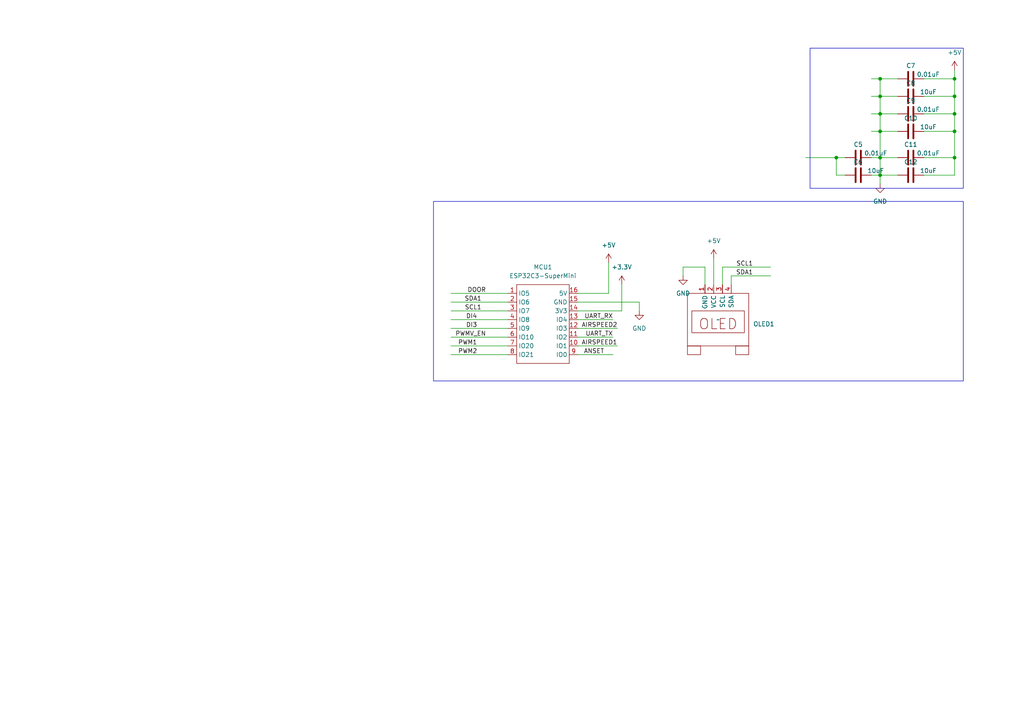
<source format=kicad_sch>
(kicad_sch (version 20230121) (generator eeschema)
  (paper "A4")
  (title_block (title "Air Valve Control Board") (date "2023-12-17") (rev "1.1"))
  (lib_symbols
    (symbol "Device:C" (pin_numbers hide) (pin_names (offset 0.254))
      (property "Reference" "C" (at 0.635 2.54 0))
      (property "Value" "C" (at 0.635 -2.54 0))
      (symbol "C_0_1"
        (polyline (pts (xy -2.032 -0.762) (xy 2.032 -0.762)) (stroke (width 0.508)))
        (polyline (pts (xy -2.032 0.762) (xy 2.032 0.762)) (stroke (width 0.508)))
      )
      (symbol "C_1_1"
        (pin passive line (at 0 3.81 270) (length 2.794) (name "~") (number "1"))
        (pin passive line (at 0 -3.81 90) (length 2.794) (name "~") (number "2"))
      )
    )
    (symbol "avv_sym_lib:Esp32c3_SuperMini"
      (property "Reference" "U" (at 0 15.24 0))
      (property "Value" "ESP32C3-SuperMini" (at -1.27 12.7 0))
      (symbol "Esp32c3_SuperMini_0_1"
        (rectangle (start -7.62 11.43) (end 7.62 -11.43))
      )
      (symbol "Esp32c3_SuperMini_1_1"
        (pin passive line (at -10.16 8.89 0) (length 2.54) (name "IO5") (number "1"))
        (pin passive line (at 10.16 -6.35 180) (length 2.54) (name "IO1") (number "10"))
        (pin passive line (at 10.16 -3.81 180) (length 2.54) (name "IO2") (number "11"))
        (pin passive line (at 10.16 -1.27 180) (length 2.54) (name "IO3") (number "12"))
        (pin passive line (at 10.16 1.27 180) (length 2.54) (name "IO4") (number "13"))
        (pin power_in line (at 10.16 3.81 180) (length 2.54) (name "3V3") (number "14"))
        (pin power_in line (at 10.16 6.35 180) (length 2.54) (name "GND") (number "15"))
        (pin power_in line (at 10.16 8.89 180) (length 2.54) (name "5V") (number "16"))
        (pin passive line (at -10.16 6.35 0) (length 2.54) (name "IO6") (number "2"))
        (pin passive line (at -10.16 3.81 0) (length 2.54) (name "IO7") (number "3"))
        (pin passive line (at -10.16 1.27 0) (length 2.54) (name "IO8") (number "4"))
        (pin passive line (at -10.16 -1.27 0) (length 2.54) (name "IO9") (number "5"))
        (pin passive line (at -10.16 -3.81 0) (length 2.54) (name "IO10") (number "6"))
        (pin passive line (at -10.16 -6.35 0) (length 2.54) (name "IO20") (number "7"))
        (pin passive line (at -10.16 -8.89 0) (length 2.54) (name "IO21") (number "8"))
        (pin passive line (at 10.16 -8.89 180) (length 2.54) (name "IO0") (number "9"))
      )
    )
    (symbol "avv_sym_lib:OLED_SSD1306"
      (property "Reference" "U" (at 0 -10.16 0))
      (symbol "OLED_SSD1306_0_1"
        (rectangle (start -8.89 -7.62) (end -5.08 -10.16))
        (rectangle (start -8.89 7.62) (end 8.89 -7.62))
        (rectangle (start -7.62 2.54) (end 7.62 -3.81))
        (rectangle (start 5.08 -7.62) (end 8.89 -10.16))
      )
      (symbol "OLED_SSD1306_1_1"
        (text "OLED" (at 0 -1.27 0) (effects (font (size 3 3))))
        (pin power_in line (at -3.81 10.16 270) (length 2.54) (name "GND") (number "1"))
        (pin power_in line (at -1.27 10.16 270) (length 2.54) (name "VCC") (number "2"))
        (pin passive line (at 1.27 10.16 270) (length 2.54) (name "SCL") (number "3"))
        (pin tri_state line (at 3.81 10.16 270) (length 2.54) (name "SDA") (number "4"))
      )
    )
    (symbol "power:+3.3V" (power) (pin_names (offset 0))
      (property "Value" "+3.3V" (at 0 3.556 0))
      (symbol "+3.3V_0_1"
        (polyline (pts (xy -0.762 1.27) (xy 0 2.54)))
        (polyline (pts (xy 0 0) (xy 0 2.54)))
        (polyline (pts (xy 0 2.54) (xy 0.762 1.27)))
      )
      (symbol "+3.3V_1_1"
        (pin power_in line (at 0 0 90) (length 0) hide (name "+3.3V") (number "1"))
      )
    )
    (symbol "power:+5V" (power) (pin_names (offset 0))
      (property "Value" "+5V" (at 0 3.556 0))
      (symbol "+5V_0_1"
        (polyline (pts (xy -0.762 1.27) (xy 0 2.54)))
        (polyline (pts (xy 0 0) (xy 0 2.54)))
        (polyline (pts (xy 0 2.54) (xy 0.762 1.27)))
      )
      (symbol "+5V_1_1"
        (pin power_in line (at 0 0 90) (length 0) hide (name "+5V") (number "1"))
      )
    )
    (symbol "power:GND" (power) (pin_names (offset 0))
      (property "Value" "GND" (at 0 -3.81 0))
      (symbol "GND_0_1"
        (polyline (pts (xy 0 0) (xy 0 -1.27) (xy 1.27 -1.27) (xy 0 -2.54) (xy -1.27 -1.27) (xy 0 -1.27)))
      )
      (symbol "GND_1_1"
        (pin power_in line (at 0 0 270) (length 0) hide (name "GND") (number "1"))
      )
    )
  )
  (junction (at 255.27 33.02))
  (junction (at 255.27 27.94))
  (junction (at 276.86 33.02))
  (junction (at 255.27 22.86))
  (junction (at 255.27 38.1))
  (junction (at 255.27 45.72))
  (junction (at 276.86 27.94))
  (junction (at 276.86 22.86))
  (junction (at 276.86 45.72))
  (junction (at 242.57 45.72))
  (junction (at 276.86 38.1))
  (junction (at 255.27 50.8))
  (wire (pts (xy 167.64 100.33) (xy 179.07 100.33)))
  (wire (pts (xy 276.86 22.86) (xy 276.86 27.94)))
  (wire (pts (xy 276.86 27.94) (xy 276.86 33.02)))
  (wire (pts (xy 185.42 87.63) (xy 185.42 90.17)))
  (wire (pts (xy 255.27 50.8) (xy 255.27 45.72)))
  (wire (pts (xy 255.27 27.94) (xy 260.35 27.94)))
  (wire (pts (xy 242.57 50.8) (xy 242.57 45.72)))
  (wire (pts (xy 242.57 50.8) (xy 245.11 50.8)))
  (wire (pts (xy 130.81 90.17) (xy 147.32 90.17)))
  (wire (pts (xy 233.68 45.72) (xy 242.57 45.72)))
  (wire (pts (xy 255.27 33.02) (xy 255.27 27.94)))
  (wire (pts (xy 255.27 27.94) (xy 252.73 27.94)))
  (wire (pts (xy 276.86 22.86) (xy 267.97 22.86)))
  (wire (pts (xy 255.27 27.94) (xy 255.27 22.86)))
  (wire (pts (xy 212.09 80.01) (xy 212.09 82.55)))
  (wire (pts (xy 130.81 87.63) (xy 147.32 87.63)))
  (wire (pts (xy 167.64 102.87) (xy 177.8 102.87)))
  (wire (pts (xy 255.27 45.72) (xy 260.35 45.72)))
  (wire (pts (xy 207.01 74.93) (xy 207.01 82.55)))
  (wire (pts (xy 130.81 92.71) (xy 147.32 92.71)))
  (wire (pts (xy 167.64 87.63) (xy 185.42 87.63)))
  (wire (pts (xy 176.53 76.2) (xy 176.53 85.09)))
  (wire (pts (xy 204.47 82.55) (xy 204.47 77.47)))
  (wire (pts (xy 276.86 50.8) (xy 267.97 50.8)))
  (wire (pts (xy 255.27 50.8) (xy 252.73 50.8)))
  (wire (pts (xy 167.64 85.09) (xy 176.53 85.09)))
  (wire (pts (xy 255.27 33.02) (xy 260.35 33.02)))
  (wire (pts (xy 130.81 85.09) (xy 147.32 85.09)))
  (wire (pts (xy 198.12 77.47) (xy 198.12 80.01)))
  (wire (pts (xy 180.34 90.17) (xy 180.34 82.55)))
  (wire (pts (xy 223.52 80.01) (xy 212.09 80.01)))
  (wire (pts (xy 204.47 77.47) (xy 198.12 77.47)))
  (wire (pts (xy 167.64 92.71) (xy 177.8 92.71)))
  (wire (pts (xy 276.86 27.94) (xy 267.97 27.94)))
  (wire (pts (xy 242.57 45.72) (xy 245.11 45.72)))
  (wire (pts (xy 167.64 97.79) (xy 177.8 97.79)))
  (wire (pts (xy 167.64 95.25) (xy 179.07 95.25)))
  (wire (pts (xy 255.27 45.72) (xy 255.27 38.1)))
  (wire (pts (xy 255.27 22.86) (xy 260.35 22.86)))
  (wire (pts (xy 255.27 50.8) (xy 255.27 53.34)))
  (wire (pts (xy 255.27 22.86) (xy 252.73 22.86)))
  (wire (pts (xy 276.86 38.1) (xy 267.97 38.1)))
  (wire (pts (xy 276.86 45.72) (xy 276.86 50.8)))
  (wire (pts (xy 255.27 38.1) (xy 252.73 38.1)))
  (wire (pts (xy 255.27 38.1) (xy 255.27 33.02)))
  (wire (pts (xy 167.64 90.17) (xy 180.34 90.17)))
  (wire (pts (xy 276.86 33.02) (xy 267.97 33.02)))
  (wire (pts (xy 276.86 33.02) (xy 276.86 38.1)))
  (wire (pts (xy 255.27 50.8) (xy 260.35 50.8)))
  (wire (pts (xy 255.27 38.1) (xy 260.35 38.1)))
  (wire (pts (xy 130.81 95.25) (xy 147.32 95.25)))
  (wire (pts (xy 255.27 45.72) (xy 252.73 45.72)))
  (wire (pts (xy 130.81 102.87) (xy 147.32 102.87)))
  (wire (pts (xy 255.27 33.02) (xy 252.73 33.02)))
  (wire (pts (xy 130.81 100.33) (xy 147.32 100.33)))
  (wire (pts (xy 209.55 77.47) (xy 209.55 82.55)))
  (wire (pts (xy 276.86 22.86) (xy 276.86 20.32)))
  (wire (pts (xy 130.81 97.79) (xy 147.32 97.79)))
  (wire (pts (xy 209.55 77.47) (xy 223.52 77.47)))
  (wire (pts (xy 276.86 38.1) (xy 276.86 45.72)))
  (wire (pts (xy 276.86 45.72) (xy 267.97 45.72)))
  (rectangle (start 234.95 13.97) (end 279.4 54.61))
  (rectangle (start 125.73 58.42) (end 279.4 110.49))
  (label "PWM2" (at 138.43 102.87 180))
  (label "PWMV_EN" (at 140.97 97.79 180))
  (label "AIRSPEED2" (at 179.07 95.25 180))
  (label "SCL1" (at 139.7 90.17 180))
  (label "SDA1" (at 139.7 87.63 180))
  (label "AIRSPEED1" (at 179.07 100.33 180))
  (label "SDA1" (at 218.44 80.01 180))
  (label "PWM1" (at 138.43 100.33 180))
  (label "DI3" (at 138.43 95.25 180))
  (label "UART_TX" (at 177.8 97.79 180))
  (label "DOOR" (at 140.97 85.09 180))
  (label "DI4" (at 138.43 92.71 180))
  (label "ANSET" (at 175.26 102.87 180))
  (label "SCL1" (at 218.44 77.47 180))
  (label "UART_RX" (at 177.8 92.71 180))
  (symbol (lib_id "avv_sym_lib:OLED_SSD1306") (at 208.28 92.71 0) (unit 1)
    (property "Reference" "OLED1" (at 218.44 93.98 0) (effects (justify left)))
    (property "Value" "~" (at 208.28 92.71 0))
    (property "Footprint" "avv_fp_lib:OLED_SSD1306" (effects hide))
  )
  (symbol (lib_id "Device:C") (at 248.92 50.8 270) (unit 1)
    (property "Reference" "C6" (at 248.92 46.99 90))
    (property "Value" "10uF" (at 254 49.53 90))
    (property "Footprint" "Capacitor_SMD:C_1206_3216Metric_Pad1.33x1.80mm_HandSolder" (effects hide))
  )
  (symbol (lib_id "power:+5V") (at 276.86 20.32 0) (unit 1)
    (property "Reference" "#PWR039" (effects hide))
    (property "Value" "+5V" (at 276.86 15.24 0))
  )
  (symbol (lib_id "avv_sym_lib:Esp32c3_SuperMini") (at 157.48 93.98 0) (unit 1)
    (property "Reference" "MCU1" (at 157.48 77.47 0))
    (property "Value" "ESP32C3-SuperMini" (at 157.48 80.01 0))
    (property "Footprint" "avv_fp_lib:Esp32c3_SuperMini" (effects hide))
  )
  (symbol (lib_id "Device:C") (at 264.16 38.1 270) (unit 1)
    (property "Reference" "C10" (at 264.16 34.29 90))
    (property "Value" "10uF" (at 269.24 36.83 90))
    (property "Footprint" "Capacitor_SMD:C_1206_3216Metric_Pad1.33x1.80mm_HandSolder" (effects hide))
  )
  (symbol (lib_id "power:+3.3V") (at 180.34 82.55 0) (unit 1)
    (property "Reference" "#PWR031" (effects hide))
    (property "Value" "+3.3V" (at 180.34 77.47 0))
  )
  (symbol (lib_id "power:+5V") (at 176.53 76.2 0) (unit 1)
    (property "Reference" "#PWR01" (effects hide))
    (property "Value" "+5V" (at 176.53 71.12 0))
  )
  (symbol (lib_id "Device:C") (at 264.16 27.94 270) (unit 1)
    (property "Reference" "C8" (at 264.16 24.13 90))
    (property "Value" "10uF" (at 269.24 26.67 90))
    (property "Footprint" "Capacitor_SMD:C_1206_3216Metric_Pad1.33x1.80mm_HandSolder" (effects hide))
  )
  (symbol (lib_id "power:GND") (at 198.12 80.01 0) (unit 1)
    (property "Reference" "#PWR07" (effects hide))
    (property "Value" "GND" (at 198.12 85.09 0))
  )
  (symbol (lib_id "Device:C") (at 264.16 22.86 270) (unit 1)
    (property "Reference" "C7" (at 264.16 19.05 90))
    (property "Value" "0.01uF" (at 269.24 21.59 90))
    (property "Footprint" "Capacitor_SMD:C_1206_3216Metric_Pad1.33x1.80mm_HandSolder" (effects hide))
  )
  (symbol (lib_id "power:GND") (at 185.42 90.17 0) (unit 1)
    (property "Reference" "#PWR03" (effects hide))
    (property "Value" "GND" (at 185.42 95.25 0))
  )
  (symbol (lib_id "power:+5V") (at 207.01 74.93 0) (unit 1)
    (property "Reference" "#PWR06" (effects hide))
    (property "Value" "+5V" (at 207.01 69.85 0))
  )
  (symbol (lib_id "Device:C") (at 264.16 50.8 270) (unit 1)
    (property "Reference" "C12" (at 264.16 46.99 90))
    (property "Value" "10uF" (at 269.24 49.53 90))
    (property "Footprint" "Capacitor_SMD:C_1206_3216Metric_Pad1.33x1.80mm_HandSolder" (effects hide))
  )
  (symbol (lib_id "Device:C") (at 248.92 45.72 270) (unit 1)
    (property "Reference" "C5" (at 248.92 41.91 90))
    (property "Value" "0.01uF" (at 254 44.45 90))
    (property "Footprint" "Capacitor_SMD:C_1206_3216Metric_Pad1.33x1.80mm_HandSolder" (effects hide))
  )
  (symbol (lib_id "power:GND") (at 255.27 53.34 0) (unit 1)
    (property "Reference" "#PWR040" (effects hide))
    (property "Value" "GND" (at 255.27 58.42 0))
  )
  (symbol (lib_id "Device:C") (at 264.16 45.72 270) (unit 1)
    (property "Reference" "C11" (at 264.16 41.91 90))
    (property "Value" "0.01uF" (at 269.24 44.45 90))
    (property "Footprint" "Capacitor_SMD:C_1206_3216Metric_Pad1.33x1.80mm_HandSolder" (effects hide))
  )
  (symbol (lib_id "Device:C") (at 264.16 33.02 270) (unit 1)
    (property "Reference" "C9" (at 264.16 29.21 90))
    (property "Value" "0.01uF" (at 269.24 31.75 90))
    (property "Footprint" "Capacitor_SMD:C_1206_3216Metric_Pad1.33x1.80mm_HandSolder" (effects hide))
  )
)
</source>
